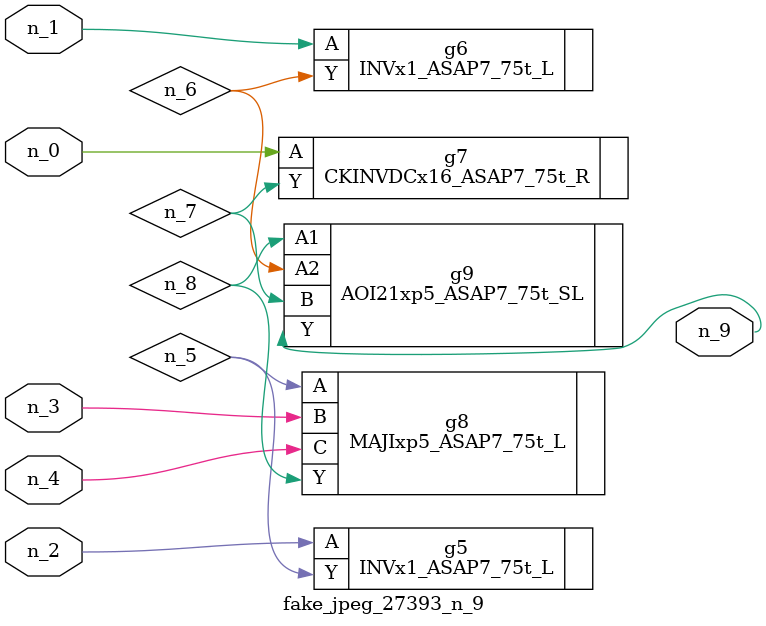
<source format=v>
module fake_jpeg_27393_n_9 (n_3, n_2, n_1, n_0, n_4, n_9);

input n_3;
input n_2;
input n_1;
input n_0;
input n_4;

output n_9;

wire n_8;
wire n_6;
wire n_5;
wire n_7;

INVx1_ASAP7_75t_L g5 ( 
.A(n_2),
.Y(n_5)
);

INVx1_ASAP7_75t_L g6 ( 
.A(n_1),
.Y(n_6)
);

CKINVDCx16_ASAP7_75t_R g7 ( 
.A(n_0),
.Y(n_7)
);

MAJIxp5_ASAP7_75t_L g8 ( 
.A(n_5),
.B(n_3),
.C(n_4),
.Y(n_8)
);

AOI21xp5_ASAP7_75t_SL g9 ( 
.A1(n_8),
.A2(n_6),
.B(n_7),
.Y(n_9)
);


endmodule
</source>
